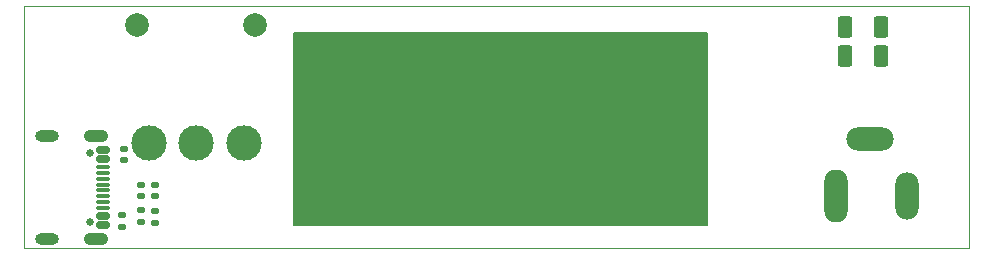
<source format=gbr>
%TF.GenerationSoftware,KiCad,Pcbnew,6.0.11+dfsg-1~bpo11+1*%
%TF.CreationDate,2023-04-14T13:04:02+02:00*%
%TF.ProjectId,IR-diode-general,49522d64-696f-4646-952d-67656e657261,rev?*%
%TF.SameCoordinates,Original*%
%TF.FileFunction,Soldermask,Top*%
%TF.FilePolarity,Negative*%
%FSLAX46Y46*%
G04 Gerber Fmt 4.6, Leading zero omitted, Abs format (unit mm)*
G04 Created by KiCad (PCBNEW 6.0.11+dfsg-1~bpo11+1) date 2023-04-14 13:04:02 commit 5e22265*
%MOMM*%
%LPD*%
G01*
G04 APERTURE LIST*
G04 Aperture macros list*
%AMRoundRect*
0 Rectangle with rounded corners*
0 $1 Rounding radius*
0 $2 $3 $4 $5 $6 $7 $8 $9 X,Y pos of 4 corners*
0 Add a 4 corners polygon primitive as box body*
4,1,4,$2,$3,$4,$5,$6,$7,$8,$9,$2,$3,0*
0 Add four circle primitives for the rounded corners*
1,1,$1+$1,$2,$3*
1,1,$1+$1,$4,$5*
1,1,$1+$1,$6,$7*
1,1,$1+$1,$8,$9*
0 Add four rect primitives between the rounded corners*
20,1,$1+$1,$2,$3,$4,$5,0*
20,1,$1+$1,$4,$5,$6,$7,0*
20,1,$1+$1,$6,$7,$8,$9,0*
20,1,$1+$1,$8,$9,$2,$3,0*%
G04 Aperture macros list end*
%ADD10C,0.150000*%
%TA.AperFunction,Profile*%
%ADD11C,0.100000*%
%TD*%
%ADD12RoundRect,0.147500X-0.172500X0.147500X-0.172500X-0.147500X0.172500X-0.147500X0.172500X0.147500X0*%
%ADD13RoundRect,0.147500X0.172500X-0.147500X0.172500X0.147500X-0.172500X0.147500X-0.172500X-0.147500X0*%
%ADD14O,2.000000X4.500000*%
%ADD15O,4.000000X1.990000*%
%ADD16O,2.000000X4.000000*%
%ADD17C,0.650000*%
%ADD18RoundRect,0.150000X-0.425000X0.150000X-0.425000X-0.150000X0.425000X-0.150000X0.425000X0.150000X0*%
%ADD19RoundRect,0.075000X-0.500000X0.075000X-0.500000X-0.075000X0.500000X-0.075000X0.500000X0.075000X0*%
%ADD20O,2.100000X1.050000*%
%ADD21O,2.000000X1.000000*%
%ADD22RoundRect,0.180000X0.420000X0.720000X-0.420000X0.720000X-0.420000X-0.720000X0.420000X-0.720000X0*%
%ADD23C,2.000000*%
%ADD24C,3.000000*%
G04 APERTURE END LIST*
D10*
X107800000Y-42800000D02*
X142800000Y-42800000D01*
X142800000Y-42800000D02*
X142800000Y-59000000D01*
X142800000Y-59000000D02*
X107800000Y-59000000D01*
X107800000Y-59000000D02*
X107800000Y-42800000D01*
G36*
X107800000Y-42800000D02*
G01*
X142800000Y-42800000D01*
X142800000Y-59000000D01*
X107800000Y-59000000D01*
X107800000Y-42800000D01*
G37*
D11*
X85000000Y-40500000D02*
X165000000Y-40500000D01*
X165000000Y-40500000D02*
X165000000Y-61000000D01*
X165000000Y-61000000D02*
X85000000Y-61000000D01*
X85000000Y-61000000D02*
X85000000Y-40500000D01*
D12*
%TO.C,C13*%
X93450000Y-52566000D03*
X93450000Y-53534000D03*
%TD*%
D13*
%TO.C,R12*%
X96100000Y-56600000D03*
X96100000Y-55630000D03*
%TD*%
D14*
%TO.C,J1*%
X153700000Y-56600000D03*
D15*
X156648000Y-51721000D03*
D16*
X159699000Y-56600000D03*
%TD*%
D17*
%TO.C,J2*%
X90585645Y-58740000D03*
X90585645Y-52959000D03*
D18*
X91659645Y-52648000D03*
X91659645Y-53450000D03*
D19*
X91659645Y-54600000D03*
X91659645Y-55600000D03*
X91659645Y-56098000D03*
X91659645Y-57099000D03*
D18*
X91659645Y-58248000D03*
X91659645Y-59050000D03*
X91659645Y-59050000D03*
X91659645Y-58248000D03*
D19*
X91659645Y-57599000D03*
X91659645Y-56598000D03*
X91659645Y-55100000D03*
X91659645Y-54100000D03*
D18*
X91659645Y-53450000D03*
X91659645Y-52648000D03*
D20*
X91085645Y-51529000D03*
D21*
X86904645Y-51529000D03*
D20*
X91085645Y-60170000D03*
D21*
X86904645Y-60170000D03*
%TD*%
D22*
%TO.C,R11*%
X157500000Y-44700000D03*
X154501000Y-44700000D03*
%TD*%
D13*
%TO.C,R13*%
X94850000Y-56600000D03*
X94850000Y-55630000D03*
%TD*%
%TO.C,C12*%
X93250000Y-59184000D03*
X93250000Y-58216000D03*
%TD*%
D12*
%TO.C,R6*%
X96100000Y-57865000D03*
X96100000Y-58835000D03*
%TD*%
D22*
%TO.C,R10*%
X157500000Y-42250000D03*
X154501000Y-42250000D03*
%TD*%
D23*
%TO.C,POT1*%
X94574600Y-42111800D03*
X104574600Y-42111800D03*
D24*
X95574600Y-52111800D03*
X99574600Y-52111800D03*
X103574600Y-52111800D03*
%TD*%
D13*
%TO.C,R14*%
X94850000Y-58750000D03*
X94850000Y-57780000D03*
%TD*%
M02*

</source>
